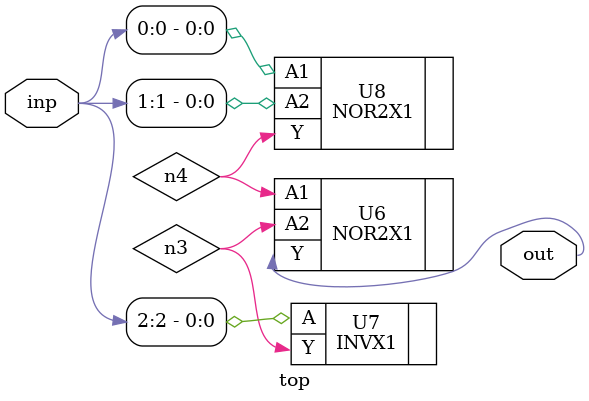
<source format=sv>


module top ( inp, out );
  input [2:0] inp;
  output out;
  wire   n3, n4;

  NOR2X1 U6 ( .A1(n4), .A2(n3), .Y(out) );
  INVX1 U7 ( .A(inp[2]), .Y(n3) );
  NOR2X1 U8 ( .A1(inp[0]), .A2(inp[1]), .Y(n4) );
endmodule


</source>
